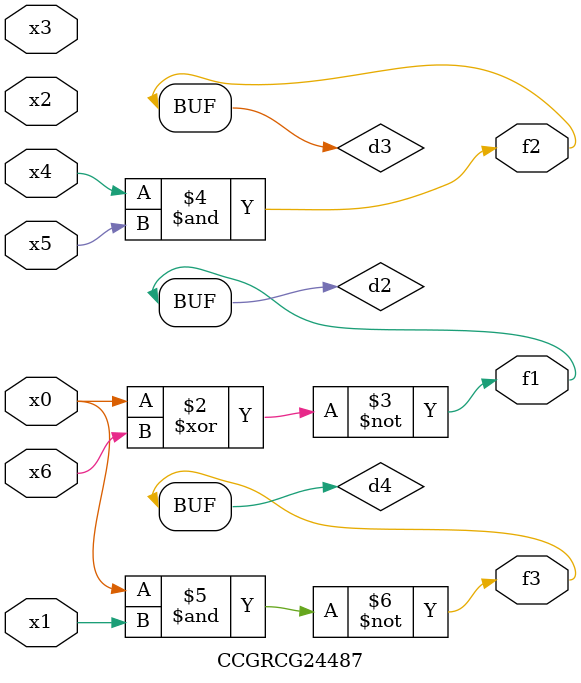
<source format=v>
module CCGRCG24487(
	input x0, x1, x2, x3, x4, x5, x6,
	output f1, f2, f3
);

	wire d1, d2, d3, d4;

	nor (d1, x0);
	xnor (d2, x0, x6);
	and (d3, x4, x5);
	nand (d4, x0, x1);
	assign f1 = d2;
	assign f2 = d3;
	assign f3 = d4;
endmodule

</source>
